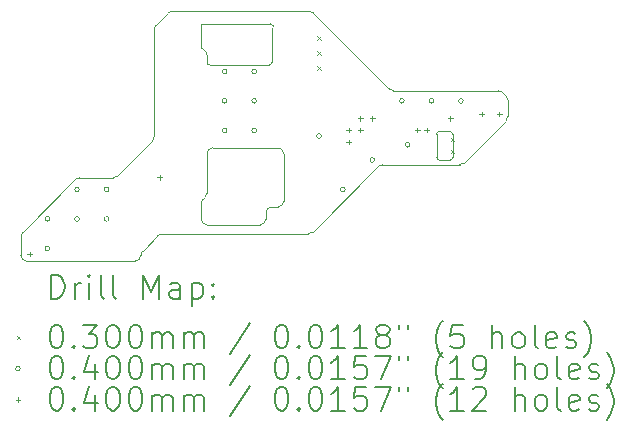
<source format=gbr>
%TF.GenerationSoftware,KiCad,Pcbnew,8.99.0-unknown-3024a7c569~178~ubuntu22.04.1*%
%TF.CreationDate,2024-05-13T18:01:15+10:00*%
%TF.ProjectId,MXBreakout,4d584272-6561-46b6-9f75-742e6b696361,rev?*%
%TF.SameCoordinates,Original*%
%TF.FileFunction,Drillmap*%
%TF.FilePolarity,Positive*%
%FSLAX45Y45*%
G04 Gerber Fmt 4.5, Leading zero omitted, Abs format (unit mm)*
G04 Created by KiCad (PCBNEW 8.99.0-unknown-3024a7c569~178~ubuntu22.04.1) date 2024-05-13 18:01:15*
%MOMM*%
%LPD*%
G01*
G04 APERTURE LIST*
%ADD10C,0.100000*%
%ADD11C,0.200000*%
G04 APERTURE END LIST*
D10*
X6092678Y-4742678D02*
G75*
G02*
X6100003Y-4760355I-17678J-17682D01*
G01*
X5020711Y-5802500D02*
X5304289Y-5802500D01*
X6057322Y-4707322D02*
G75*
G02*
X6049997Y-4689645I17678J17682D01*
G01*
X6050000Y-4525000D02*
G75*
G02*
X6075000Y-4500000I25000J0D01*
G01*
X7678211Y-5065000D02*
G75*
G02*
X7642855Y-5050355I-1J50000D01*
G01*
X6750000Y-6000000D02*
G75*
G02*
X6700000Y-6050000I-50000J0D01*
G01*
X8566797Y-5064992D02*
G75*
G02*
X8602152Y-5079638I3J-49988D01*
G01*
X6050000Y-6020711D02*
G75*
G02*
X6064644Y-5985355I50000J1D01*
G01*
X5805711Y-4392500D02*
X6964289Y-4392500D01*
X8647508Y-5145703D02*
X8647508Y-5284281D01*
X5770355Y-4407145D02*
G75*
G02*
X5805711Y-4392501I35355J-35355D01*
G01*
X6600000Y-6100000D02*
G75*
G02*
X6650000Y-6050000I50000J0D01*
G01*
X8045000Y-5435000D02*
G75*
G02*
X8070000Y-5410000I25000J0D01*
G01*
X6050000Y-4525000D02*
X6050000Y-4689645D01*
X6964289Y-4392500D02*
G75*
G02*
X6999645Y-4407144I1J-50000D01*
G01*
X6959289Y-6277500D02*
X5720711Y-6277500D01*
X7678211Y-5065000D02*
X8566797Y-5064992D01*
X6057322Y-4707322D02*
X6092678Y-4742678D01*
X6639645Y-4500000D02*
G75*
G02*
X6657320Y-4542675I-5J-25000D01*
G01*
X5339645Y-5787855D02*
G75*
G02*
X5304289Y-5802499I-35355J35355D01*
G01*
X8070000Y-5655000D02*
G75*
G02*
X8045000Y-5630000I0J25000D01*
G01*
X5540000Y-6460000D02*
G75*
G02*
X5490000Y-6510000I-50000J0D01*
G01*
X8045000Y-5630000D02*
X8045000Y-5435000D01*
X6700000Y-5550000D02*
G75*
G02*
X6750000Y-5600000I0J-50000D01*
G01*
X8155000Y-5410000D02*
G75*
G02*
X8180000Y-5435000I0J-25000D01*
G01*
X6100000Y-5929289D02*
G75*
G02*
X6085356Y-5964645I-50000J-1D01*
G01*
X6650000Y-4825000D02*
G75*
G02*
X6625000Y-4850000I-25000J0D01*
G01*
X6650000Y-4560355D02*
G75*
G02*
X6657325Y-4542680I25000J-5D01*
G01*
X6650000Y-6050000D02*
X6700000Y-6050000D01*
X5655000Y-4543211D02*
G75*
G02*
X5669644Y-4507855I50000J1D01*
G01*
X8180000Y-5630000D02*
G75*
G02*
X8155000Y-5655000I-25000J0D01*
G01*
X6100000Y-5600000D02*
G75*
G02*
X6150000Y-5550000I50000J0D01*
G01*
X6050000Y-6020711D02*
X6050000Y-6150000D01*
X6100000Y-6200000D02*
G75*
G02*
X6050000Y-6150000I0J50000D01*
G01*
X6125000Y-4850000D02*
G75*
G02*
X6100000Y-4825000I0J25000D01*
G01*
X5339645Y-5787855D02*
X5640355Y-5487145D01*
X6750000Y-6000000D02*
X6750000Y-5600000D01*
X4575000Y-6510000D02*
G75*
G02*
X4525000Y-6460000I0J50000D01*
G01*
X6994645Y-6262855D02*
G75*
G02*
X6959289Y-6277499I-35355J35355D01*
G01*
X8632864Y-5110347D02*
G75*
G02*
X8647504Y-5145703I-35364J-35353D01*
G01*
X6700000Y-5550000D02*
X6150000Y-5550000D01*
X8155000Y-5655000D02*
X8070000Y-5655000D01*
X6100000Y-4760355D02*
X6100000Y-4825000D01*
X4539645Y-6262855D02*
X4985355Y-5817145D01*
X5540000Y-6458211D02*
X5540000Y-6460000D01*
X6100000Y-6200000D02*
X6550000Y-6200000D01*
X5655000Y-5451789D02*
G75*
G02*
X5640356Y-5487145I-50000J-1D01*
G01*
X8274645Y-5677855D02*
G75*
G02*
X8239289Y-5692499I-35355J35355D01*
G01*
X6085355Y-5964645D02*
X6064645Y-5985355D01*
X7550355Y-5707145D02*
G75*
G02*
X7585711Y-5692500I35355J-35355D01*
G01*
X5490000Y-6510000D02*
X4575000Y-6510000D01*
X6999645Y-4407145D02*
X7642855Y-5050355D01*
X6600000Y-6150000D02*
X6600000Y-6100000D01*
X5540000Y-6458211D02*
G75*
G02*
X5554644Y-6422855I50000J1D01*
G01*
X8239289Y-5692500D02*
X7585711Y-5692500D01*
X6639645Y-4500000D02*
X6075000Y-4500000D01*
X5669645Y-4507855D02*
X5770355Y-4407145D01*
X8632863Y-5319637D02*
X8274645Y-5677855D01*
X8647508Y-5284281D02*
G75*
G02*
X8632865Y-5319638I-50008J1D01*
G01*
X8180000Y-5435000D02*
X8180000Y-5630000D01*
X7550355Y-5707145D02*
X6994645Y-6262855D01*
X6600000Y-6150000D02*
G75*
G02*
X6550000Y-6200000I-50000J0D01*
G01*
X5655000Y-5451789D02*
X5655000Y-4543211D01*
X8602153Y-5079637D02*
X8632864Y-5110347D01*
X6100000Y-5600000D02*
X6100000Y-5929289D01*
X4525000Y-6460000D02*
X4525000Y-6298211D01*
X4525000Y-6298211D02*
G75*
G02*
X4539644Y-6262855I50000J1D01*
G01*
X6125000Y-4850000D02*
X6625000Y-4850000D01*
X5685355Y-6292145D02*
G75*
G02*
X5720711Y-6277500I35355J-35355D01*
G01*
X8070000Y-5410000D02*
X8155000Y-5410000D01*
X6650000Y-4825000D02*
X6650000Y-4560355D01*
X5685355Y-6292145D02*
X5554645Y-6422855D01*
X4985355Y-5817145D02*
G75*
G02*
X5020711Y-5802500I35355J-35355D01*
G01*
D11*
D10*
X7035000Y-4606000D02*
X7065000Y-4636000D01*
X7065000Y-4606000D02*
X7035000Y-4636000D01*
X7035000Y-4732500D02*
X7065000Y-4762500D01*
X7065000Y-4732500D02*
X7035000Y-4762500D01*
X7035000Y-4860000D02*
X7065000Y-4890000D01*
X7065000Y-4860000D02*
X7035000Y-4890000D01*
X8165000Y-5465000D02*
X8195000Y-5495000D01*
X8195000Y-5465000D02*
X8165000Y-5495000D01*
X8165000Y-5565000D02*
X8195000Y-5595000D01*
X8195000Y-5565000D02*
X8165000Y-5595000D01*
X4770000Y-6152500D02*
G75*
G02*
X4730000Y-6152500I-20000J0D01*
G01*
X4730000Y-6152500D02*
G75*
G02*
X4770000Y-6152500I20000J0D01*
G01*
X4770000Y-6402500D02*
G75*
G02*
X4730000Y-6402500I-20000J0D01*
G01*
X4730000Y-6402500D02*
G75*
G02*
X4770000Y-6402500I20000J0D01*
G01*
X5020000Y-5902500D02*
G75*
G02*
X4980000Y-5902500I-20000J0D01*
G01*
X4980000Y-5902500D02*
G75*
G02*
X5020000Y-5902500I20000J0D01*
G01*
X5020000Y-6152500D02*
G75*
G02*
X4980000Y-6152500I-20000J0D01*
G01*
X4980000Y-6152500D02*
G75*
G02*
X5020000Y-6152500I20000J0D01*
G01*
X5270000Y-5902500D02*
G75*
G02*
X5230000Y-5902500I-20000J0D01*
G01*
X5230000Y-5902500D02*
G75*
G02*
X5270000Y-5902500I20000J0D01*
G01*
X5270000Y-6152500D02*
G75*
G02*
X5230000Y-6152500I-20000J0D01*
G01*
X5230000Y-6152500D02*
G75*
G02*
X5270000Y-6152500I20000J0D01*
G01*
X6270000Y-4902500D02*
G75*
G02*
X6230000Y-4902500I-20000J0D01*
G01*
X6230000Y-4902500D02*
G75*
G02*
X6270000Y-4902500I20000J0D01*
G01*
X6270000Y-5152500D02*
G75*
G02*
X6230000Y-5152500I-20000J0D01*
G01*
X6230000Y-5152500D02*
G75*
G02*
X6270000Y-5152500I20000J0D01*
G01*
X6270000Y-5402500D02*
G75*
G02*
X6230000Y-5402500I-20000J0D01*
G01*
X6230000Y-5402500D02*
G75*
G02*
X6270000Y-5402500I20000J0D01*
G01*
X6520000Y-4902500D02*
G75*
G02*
X6480000Y-4902500I-20000J0D01*
G01*
X6480000Y-4902500D02*
G75*
G02*
X6520000Y-4902500I20000J0D01*
G01*
X6520000Y-5152500D02*
G75*
G02*
X6480000Y-5152500I-20000J0D01*
G01*
X6480000Y-5152500D02*
G75*
G02*
X6520000Y-5152500I20000J0D01*
G01*
X6520000Y-5402500D02*
G75*
G02*
X6480000Y-5402500I-20000J0D01*
G01*
X6480000Y-5402500D02*
G75*
G02*
X6520000Y-5402500I20000J0D01*
G01*
X7070000Y-5450000D02*
G75*
G02*
X7030000Y-5450000I-20000J0D01*
G01*
X7030000Y-5450000D02*
G75*
G02*
X7070000Y-5450000I20000J0D01*
G01*
X7270000Y-5902500D02*
G75*
G02*
X7230000Y-5902500I-20000J0D01*
G01*
X7230000Y-5902500D02*
G75*
G02*
X7270000Y-5902500I20000J0D01*
G01*
X7520000Y-5652500D02*
G75*
G02*
X7480000Y-5652500I-20000J0D01*
G01*
X7480000Y-5652500D02*
G75*
G02*
X7520000Y-5652500I20000J0D01*
G01*
X7770000Y-5152500D02*
G75*
G02*
X7730000Y-5152500I-20000J0D01*
G01*
X7730000Y-5152500D02*
G75*
G02*
X7770000Y-5152500I20000J0D01*
G01*
X7820000Y-5525000D02*
G75*
G02*
X7780000Y-5525000I-20000J0D01*
G01*
X7780000Y-5525000D02*
G75*
G02*
X7820000Y-5525000I20000J0D01*
G01*
X8020000Y-5152500D02*
G75*
G02*
X7980000Y-5152500I-20000J0D01*
G01*
X7980000Y-5152500D02*
G75*
G02*
X8020000Y-5152500I20000J0D01*
G01*
X8270000Y-5152500D02*
G75*
G02*
X8230000Y-5152500I-20000J0D01*
G01*
X8230000Y-5152500D02*
G75*
G02*
X8270000Y-5152500I20000J0D01*
G01*
X4600000Y-6430000D02*
X4600000Y-6470000D01*
X4580000Y-6450000D02*
X4620000Y-6450000D01*
X5700000Y-5780000D02*
X5700000Y-5820000D01*
X5680000Y-5800000D02*
X5720000Y-5800000D01*
X7300000Y-5380000D02*
X7300000Y-5420000D01*
X7280000Y-5400000D02*
X7320000Y-5400000D01*
X7300000Y-5480000D02*
X7300000Y-5520000D01*
X7280000Y-5500000D02*
X7320000Y-5500000D01*
X7400000Y-5280000D02*
X7400000Y-5320000D01*
X7380000Y-5300000D02*
X7420000Y-5300000D01*
X7400000Y-5380000D02*
X7400000Y-5420000D01*
X7380000Y-5400000D02*
X7420000Y-5400000D01*
X7500000Y-5280000D02*
X7500000Y-5320000D01*
X7480000Y-5300000D02*
X7520000Y-5300000D01*
X7880000Y-5380000D02*
X7880000Y-5420000D01*
X7860000Y-5400000D02*
X7900000Y-5400000D01*
X7960000Y-5380000D02*
X7960000Y-5420000D01*
X7940000Y-5400000D02*
X7980000Y-5400000D01*
X8160000Y-5280000D02*
X8160000Y-5320000D01*
X8140000Y-5300000D02*
X8180000Y-5300000D01*
X8425000Y-5242500D02*
X8425000Y-5282500D01*
X8405000Y-5262500D02*
X8445000Y-5262500D01*
X8575000Y-5242500D02*
X8575000Y-5282500D01*
X8555000Y-5262500D02*
X8595000Y-5262500D01*
D11*
X4780777Y-6826484D02*
X4780777Y-6626484D01*
X4780777Y-6626484D02*
X4828396Y-6626484D01*
X4828396Y-6626484D02*
X4856967Y-6636008D01*
X4856967Y-6636008D02*
X4876015Y-6655055D01*
X4876015Y-6655055D02*
X4885539Y-6674103D01*
X4885539Y-6674103D02*
X4895063Y-6712198D01*
X4895063Y-6712198D02*
X4895063Y-6740769D01*
X4895063Y-6740769D02*
X4885539Y-6778865D01*
X4885539Y-6778865D02*
X4876015Y-6797912D01*
X4876015Y-6797912D02*
X4856967Y-6816960D01*
X4856967Y-6816960D02*
X4828396Y-6826484D01*
X4828396Y-6826484D02*
X4780777Y-6826484D01*
X4980777Y-6826484D02*
X4980777Y-6693150D01*
X4980777Y-6731246D02*
X4990301Y-6712198D01*
X4990301Y-6712198D02*
X4999824Y-6702674D01*
X4999824Y-6702674D02*
X5018872Y-6693150D01*
X5018872Y-6693150D02*
X5037920Y-6693150D01*
X5104586Y-6826484D02*
X5104586Y-6693150D01*
X5104586Y-6626484D02*
X5095063Y-6636008D01*
X5095063Y-6636008D02*
X5104586Y-6645531D01*
X5104586Y-6645531D02*
X5114110Y-6636008D01*
X5114110Y-6636008D02*
X5104586Y-6626484D01*
X5104586Y-6626484D02*
X5104586Y-6645531D01*
X5228396Y-6826484D02*
X5209348Y-6816960D01*
X5209348Y-6816960D02*
X5199824Y-6797912D01*
X5199824Y-6797912D02*
X5199824Y-6626484D01*
X5333158Y-6826484D02*
X5314110Y-6816960D01*
X5314110Y-6816960D02*
X5304586Y-6797912D01*
X5304586Y-6797912D02*
X5304586Y-6626484D01*
X5561729Y-6826484D02*
X5561729Y-6626484D01*
X5561729Y-6626484D02*
X5628396Y-6769341D01*
X5628396Y-6769341D02*
X5695062Y-6626484D01*
X5695062Y-6626484D02*
X5695062Y-6826484D01*
X5876015Y-6826484D02*
X5876015Y-6721722D01*
X5876015Y-6721722D02*
X5866491Y-6702674D01*
X5866491Y-6702674D02*
X5847443Y-6693150D01*
X5847443Y-6693150D02*
X5809348Y-6693150D01*
X5809348Y-6693150D02*
X5790301Y-6702674D01*
X5876015Y-6816960D02*
X5856967Y-6826484D01*
X5856967Y-6826484D02*
X5809348Y-6826484D01*
X5809348Y-6826484D02*
X5790301Y-6816960D01*
X5790301Y-6816960D02*
X5780777Y-6797912D01*
X5780777Y-6797912D02*
X5780777Y-6778865D01*
X5780777Y-6778865D02*
X5790301Y-6759817D01*
X5790301Y-6759817D02*
X5809348Y-6750293D01*
X5809348Y-6750293D02*
X5856967Y-6750293D01*
X5856967Y-6750293D02*
X5876015Y-6740769D01*
X5971253Y-6693150D02*
X5971253Y-6893150D01*
X5971253Y-6702674D02*
X5990301Y-6693150D01*
X5990301Y-6693150D02*
X6028396Y-6693150D01*
X6028396Y-6693150D02*
X6047443Y-6702674D01*
X6047443Y-6702674D02*
X6056967Y-6712198D01*
X6056967Y-6712198D02*
X6066491Y-6731246D01*
X6066491Y-6731246D02*
X6066491Y-6788388D01*
X6066491Y-6788388D02*
X6056967Y-6807436D01*
X6056967Y-6807436D02*
X6047443Y-6816960D01*
X6047443Y-6816960D02*
X6028396Y-6826484D01*
X6028396Y-6826484D02*
X5990301Y-6826484D01*
X5990301Y-6826484D02*
X5971253Y-6816960D01*
X6152205Y-6807436D02*
X6161729Y-6816960D01*
X6161729Y-6816960D02*
X6152205Y-6826484D01*
X6152205Y-6826484D02*
X6142682Y-6816960D01*
X6142682Y-6816960D02*
X6152205Y-6807436D01*
X6152205Y-6807436D02*
X6152205Y-6826484D01*
X6152205Y-6702674D02*
X6161729Y-6712198D01*
X6161729Y-6712198D02*
X6152205Y-6721722D01*
X6152205Y-6721722D02*
X6142682Y-6712198D01*
X6142682Y-6712198D02*
X6152205Y-6702674D01*
X6152205Y-6702674D02*
X6152205Y-6721722D01*
D10*
X4490000Y-7140000D02*
X4520000Y-7170000D01*
X4520000Y-7140000D02*
X4490000Y-7170000D01*
D11*
X4818872Y-7046484D02*
X4837920Y-7046484D01*
X4837920Y-7046484D02*
X4856967Y-7056008D01*
X4856967Y-7056008D02*
X4866491Y-7065531D01*
X4866491Y-7065531D02*
X4876015Y-7084579D01*
X4876015Y-7084579D02*
X4885539Y-7122674D01*
X4885539Y-7122674D02*
X4885539Y-7170293D01*
X4885539Y-7170293D02*
X4876015Y-7208388D01*
X4876015Y-7208388D02*
X4866491Y-7227436D01*
X4866491Y-7227436D02*
X4856967Y-7236960D01*
X4856967Y-7236960D02*
X4837920Y-7246484D01*
X4837920Y-7246484D02*
X4818872Y-7246484D01*
X4818872Y-7246484D02*
X4799824Y-7236960D01*
X4799824Y-7236960D02*
X4790301Y-7227436D01*
X4790301Y-7227436D02*
X4780777Y-7208388D01*
X4780777Y-7208388D02*
X4771253Y-7170293D01*
X4771253Y-7170293D02*
X4771253Y-7122674D01*
X4771253Y-7122674D02*
X4780777Y-7084579D01*
X4780777Y-7084579D02*
X4790301Y-7065531D01*
X4790301Y-7065531D02*
X4799824Y-7056008D01*
X4799824Y-7056008D02*
X4818872Y-7046484D01*
X4971253Y-7227436D02*
X4980777Y-7236960D01*
X4980777Y-7236960D02*
X4971253Y-7246484D01*
X4971253Y-7246484D02*
X4961729Y-7236960D01*
X4961729Y-7236960D02*
X4971253Y-7227436D01*
X4971253Y-7227436D02*
X4971253Y-7246484D01*
X5047444Y-7046484D02*
X5171253Y-7046484D01*
X5171253Y-7046484D02*
X5104586Y-7122674D01*
X5104586Y-7122674D02*
X5133158Y-7122674D01*
X5133158Y-7122674D02*
X5152205Y-7132198D01*
X5152205Y-7132198D02*
X5161729Y-7141722D01*
X5161729Y-7141722D02*
X5171253Y-7160769D01*
X5171253Y-7160769D02*
X5171253Y-7208388D01*
X5171253Y-7208388D02*
X5161729Y-7227436D01*
X5161729Y-7227436D02*
X5152205Y-7236960D01*
X5152205Y-7236960D02*
X5133158Y-7246484D01*
X5133158Y-7246484D02*
X5076015Y-7246484D01*
X5076015Y-7246484D02*
X5056967Y-7236960D01*
X5056967Y-7236960D02*
X5047444Y-7227436D01*
X5295063Y-7046484D02*
X5314110Y-7046484D01*
X5314110Y-7046484D02*
X5333158Y-7056008D01*
X5333158Y-7056008D02*
X5342682Y-7065531D01*
X5342682Y-7065531D02*
X5352205Y-7084579D01*
X5352205Y-7084579D02*
X5361729Y-7122674D01*
X5361729Y-7122674D02*
X5361729Y-7170293D01*
X5361729Y-7170293D02*
X5352205Y-7208388D01*
X5352205Y-7208388D02*
X5342682Y-7227436D01*
X5342682Y-7227436D02*
X5333158Y-7236960D01*
X5333158Y-7236960D02*
X5314110Y-7246484D01*
X5314110Y-7246484D02*
X5295063Y-7246484D01*
X5295063Y-7246484D02*
X5276015Y-7236960D01*
X5276015Y-7236960D02*
X5266491Y-7227436D01*
X5266491Y-7227436D02*
X5256967Y-7208388D01*
X5256967Y-7208388D02*
X5247444Y-7170293D01*
X5247444Y-7170293D02*
X5247444Y-7122674D01*
X5247444Y-7122674D02*
X5256967Y-7084579D01*
X5256967Y-7084579D02*
X5266491Y-7065531D01*
X5266491Y-7065531D02*
X5276015Y-7056008D01*
X5276015Y-7056008D02*
X5295063Y-7046484D01*
X5485539Y-7046484D02*
X5504586Y-7046484D01*
X5504586Y-7046484D02*
X5523634Y-7056008D01*
X5523634Y-7056008D02*
X5533158Y-7065531D01*
X5533158Y-7065531D02*
X5542682Y-7084579D01*
X5542682Y-7084579D02*
X5552205Y-7122674D01*
X5552205Y-7122674D02*
X5552205Y-7170293D01*
X5552205Y-7170293D02*
X5542682Y-7208388D01*
X5542682Y-7208388D02*
X5533158Y-7227436D01*
X5533158Y-7227436D02*
X5523634Y-7236960D01*
X5523634Y-7236960D02*
X5504586Y-7246484D01*
X5504586Y-7246484D02*
X5485539Y-7246484D01*
X5485539Y-7246484D02*
X5466491Y-7236960D01*
X5466491Y-7236960D02*
X5456967Y-7227436D01*
X5456967Y-7227436D02*
X5447444Y-7208388D01*
X5447444Y-7208388D02*
X5437920Y-7170293D01*
X5437920Y-7170293D02*
X5437920Y-7122674D01*
X5437920Y-7122674D02*
X5447444Y-7084579D01*
X5447444Y-7084579D02*
X5456967Y-7065531D01*
X5456967Y-7065531D02*
X5466491Y-7056008D01*
X5466491Y-7056008D02*
X5485539Y-7046484D01*
X5637920Y-7246484D02*
X5637920Y-7113150D01*
X5637920Y-7132198D02*
X5647443Y-7122674D01*
X5647443Y-7122674D02*
X5666491Y-7113150D01*
X5666491Y-7113150D02*
X5695063Y-7113150D01*
X5695063Y-7113150D02*
X5714110Y-7122674D01*
X5714110Y-7122674D02*
X5723634Y-7141722D01*
X5723634Y-7141722D02*
X5723634Y-7246484D01*
X5723634Y-7141722D02*
X5733158Y-7122674D01*
X5733158Y-7122674D02*
X5752205Y-7113150D01*
X5752205Y-7113150D02*
X5780777Y-7113150D01*
X5780777Y-7113150D02*
X5799824Y-7122674D01*
X5799824Y-7122674D02*
X5809348Y-7141722D01*
X5809348Y-7141722D02*
X5809348Y-7246484D01*
X5904586Y-7246484D02*
X5904586Y-7113150D01*
X5904586Y-7132198D02*
X5914110Y-7122674D01*
X5914110Y-7122674D02*
X5933158Y-7113150D01*
X5933158Y-7113150D02*
X5961729Y-7113150D01*
X5961729Y-7113150D02*
X5980777Y-7122674D01*
X5980777Y-7122674D02*
X5990301Y-7141722D01*
X5990301Y-7141722D02*
X5990301Y-7246484D01*
X5990301Y-7141722D02*
X5999824Y-7122674D01*
X5999824Y-7122674D02*
X6018872Y-7113150D01*
X6018872Y-7113150D02*
X6047443Y-7113150D01*
X6047443Y-7113150D02*
X6066491Y-7122674D01*
X6066491Y-7122674D02*
X6076015Y-7141722D01*
X6076015Y-7141722D02*
X6076015Y-7246484D01*
X6466491Y-7036960D02*
X6295063Y-7294103D01*
X6723634Y-7046484D02*
X6742682Y-7046484D01*
X6742682Y-7046484D02*
X6761729Y-7056008D01*
X6761729Y-7056008D02*
X6771253Y-7065531D01*
X6771253Y-7065531D02*
X6780777Y-7084579D01*
X6780777Y-7084579D02*
X6790301Y-7122674D01*
X6790301Y-7122674D02*
X6790301Y-7170293D01*
X6790301Y-7170293D02*
X6780777Y-7208388D01*
X6780777Y-7208388D02*
X6771253Y-7227436D01*
X6771253Y-7227436D02*
X6761729Y-7236960D01*
X6761729Y-7236960D02*
X6742682Y-7246484D01*
X6742682Y-7246484D02*
X6723634Y-7246484D01*
X6723634Y-7246484D02*
X6704586Y-7236960D01*
X6704586Y-7236960D02*
X6695063Y-7227436D01*
X6695063Y-7227436D02*
X6685539Y-7208388D01*
X6685539Y-7208388D02*
X6676015Y-7170293D01*
X6676015Y-7170293D02*
X6676015Y-7122674D01*
X6676015Y-7122674D02*
X6685539Y-7084579D01*
X6685539Y-7084579D02*
X6695063Y-7065531D01*
X6695063Y-7065531D02*
X6704586Y-7056008D01*
X6704586Y-7056008D02*
X6723634Y-7046484D01*
X6876015Y-7227436D02*
X6885539Y-7236960D01*
X6885539Y-7236960D02*
X6876015Y-7246484D01*
X6876015Y-7246484D02*
X6866491Y-7236960D01*
X6866491Y-7236960D02*
X6876015Y-7227436D01*
X6876015Y-7227436D02*
X6876015Y-7246484D01*
X7009348Y-7046484D02*
X7028396Y-7046484D01*
X7028396Y-7046484D02*
X7047444Y-7056008D01*
X7047444Y-7056008D02*
X7056967Y-7065531D01*
X7056967Y-7065531D02*
X7066491Y-7084579D01*
X7066491Y-7084579D02*
X7076015Y-7122674D01*
X7076015Y-7122674D02*
X7076015Y-7170293D01*
X7076015Y-7170293D02*
X7066491Y-7208388D01*
X7066491Y-7208388D02*
X7056967Y-7227436D01*
X7056967Y-7227436D02*
X7047444Y-7236960D01*
X7047444Y-7236960D02*
X7028396Y-7246484D01*
X7028396Y-7246484D02*
X7009348Y-7246484D01*
X7009348Y-7246484D02*
X6990301Y-7236960D01*
X6990301Y-7236960D02*
X6980777Y-7227436D01*
X6980777Y-7227436D02*
X6971253Y-7208388D01*
X6971253Y-7208388D02*
X6961729Y-7170293D01*
X6961729Y-7170293D02*
X6961729Y-7122674D01*
X6961729Y-7122674D02*
X6971253Y-7084579D01*
X6971253Y-7084579D02*
X6980777Y-7065531D01*
X6980777Y-7065531D02*
X6990301Y-7056008D01*
X6990301Y-7056008D02*
X7009348Y-7046484D01*
X7266491Y-7246484D02*
X7152206Y-7246484D01*
X7209348Y-7246484D02*
X7209348Y-7046484D01*
X7209348Y-7046484D02*
X7190301Y-7075055D01*
X7190301Y-7075055D02*
X7171253Y-7094103D01*
X7171253Y-7094103D02*
X7152206Y-7103627D01*
X7456967Y-7246484D02*
X7342682Y-7246484D01*
X7399825Y-7246484D02*
X7399825Y-7046484D01*
X7399825Y-7046484D02*
X7380777Y-7075055D01*
X7380777Y-7075055D02*
X7361729Y-7094103D01*
X7361729Y-7094103D02*
X7342682Y-7103627D01*
X7571253Y-7132198D02*
X7552206Y-7122674D01*
X7552206Y-7122674D02*
X7542682Y-7113150D01*
X7542682Y-7113150D02*
X7533158Y-7094103D01*
X7533158Y-7094103D02*
X7533158Y-7084579D01*
X7533158Y-7084579D02*
X7542682Y-7065531D01*
X7542682Y-7065531D02*
X7552206Y-7056008D01*
X7552206Y-7056008D02*
X7571253Y-7046484D01*
X7571253Y-7046484D02*
X7609348Y-7046484D01*
X7609348Y-7046484D02*
X7628396Y-7056008D01*
X7628396Y-7056008D02*
X7637920Y-7065531D01*
X7637920Y-7065531D02*
X7647444Y-7084579D01*
X7647444Y-7084579D02*
X7647444Y-7094103D01*
X7647444Y-7094103D02*
X7637920Y-7113150D01*
X7637920Y-7113150D02*
X7628396Y-7122674D01*
X7628396Y-7122674D02*
X7609348Y-7132198D01*
X7609348Y-7132198D02*
X7571253Y-7132198D01*
X7571253Y-7132198D02*
X7552206Y-7141722D01*
X7552206Y-7141722D02*
X7542682Y-7151246D01*
X7542682Y-7151246D02*
X7533158Y-7170293D01*
X7533158Y-7170293D02*
X7533158Y-7208388D01*
X7533158Y-7208388D02*
X7542682Y-7227436D01*
X7542682Y-7227436D02*
X7552206Y-7236960D01*
X7552206Y-7236960D02*
X7571253Y-7246484D01*
X7571253Y-7246484D02*
X7609348Y-7246484D01*
X7609348Y-7246484D02*
X7628396Y-7236960D01*
X7628396Y-7236960D02*
X7637920Y-7227436D01*
X7637920Y-7227436D02*
X7647444Y-7208388D01*
X7647444Y-7208388D02*
X7647444Y-7170293D01*
X7647444Y-7170293D02*
X7637920Y-7151246D01*
X7637920Y-7151246D02*
X7628396Y-7141722D01*
X7628396Y-7141722D02*
X7609348Y-7132198D01*
X7723634Y-7046484D02*
X7723634Y-7084579D01*
X7799825Y-7046484D02*
X7799825Y-7084579D01*
X8095063Y-7322674D02*
X8085539Y-7313150D01*
X8085539Y-7313150D02*
X8066491Y-7284579D01*
X8066491Y-7284579D02*
X8056968Y-7265531D01*
X8056968Y-7265531D02*
X8047444Y-7236960D01*
X8047444Y-7236960D02*
X8037920Y-7189341D01*
X8037920Y-7189341D02*
X8037920Y-7151246D01*
X8037920Y-7151246D02*
X8047444Y-7103627D01*
X8047444Y-7103627D02*
X8056968Y-7075055D01*
X8056968Y-7075055D02*
X8066491Y-7056008D01*
X8066491Y-7056008D02*
X8085539Y-7027436D01*
X8085539Y-7027436D02*
X8095063Y-7017912D01*
X8266491Y-7046484D02*
X8171253Y-7046484D01*
X8171253Y-7046484D02*
X8161729Y-7141722D01*
X8161729Y-7141722D02*
X8171253Y-7132198D01*
X8171253Y-7132198D02*
X8190301Y-7122674D01*
X8190301Y-7122674D02*
X8237920Y-7122674D01*
X8237920Y-7122674D02*
X8256968Y-7132198D01*
X8256968Y-7132198D02*
X8266491Y-7141722D01*
X8266491Y-7141722D02*
X8276015Y-7160769D01*
X8276015Y-7160769D02*
X8276015Y-7208388D01*
X8276015Y-7208388D02*
X8266491Y-7227436D01*
X8266491Y-7227436D02*
X8256968Y-7236960D01*
X8256968Y-7236960D02*
X8237920Y-7246484D01*
X8237920Y-7246484D02*
X8190301Y-7246484D01*
X8190301Y-7246484D02*
X8171253Y-7236960D01*
X8171253Y-7236960D02*
X8161729Y-7227436D01*
X8514111Y-7246484D02*
X8514111Y-7046484D01*
X8599825Y-7246484D02*
X8599825Y-7141722D01*
X8599825Y-7141722D02*
X8590301Y-7122674D01*
X8590301Y-7122674D02*
X8571253Y-7113150D01*
X8571253Y-7113150D02*
X8542682Y-7113150D01*
X8542682Y-7113150D02*
X8523634Y-7122674D01*
X8523634Y-7122674D02*
X8514111Y-7132198D01*
X8723634Y-7246484D02*
X8704587Y-7236960D01*
X8704587Y-7236960D02*
X8695063Y-7227436D01*
X8695063Y-7227436D02*
X8685539Y-7208388D01*
X8685539Y-7208388D02*
X8685539Y-7151246D01*
X8685539Y-7151246D02*
X8695063Y-7132198D01*
X8695063Y-7132198D02*
X8704587Y-7122674D01*
X8704587Y-7122674D02*
X8723634Y-7113150D01*
X8723634Y-7113150D02*
X8752206Y-7113150D01*
X8752206Y-7113150D02*
X8771253Y-7122674D01*
X8771253Y-7122674D02*
X8780777Y-7132198D01*
X8780777Y-7132198D02*
X8790301Y-7151246D01*
X8790301Y-7151246D02*
X8790301Y-7208388D01*
X8790301Y-7208388D02*
X8780777Y-7227436D01*
X8780777Y-7227436D02*
X8771253Y-7236960D01*
X8771253Y-7236960D02*
X8752206Y-7246484D01*
X8752206Y-7246484D02*
X8723634Y-7246484D01*
X8904587Y-7246484D02*
X8885539Y-7236960D01*
X8885539Y-7236960D02*
X8876015Y-7217912D01*
X8876015Y-7217912D02*
X8876015Y-7046484D01*
X9056968Y-7236960D02*
X9037920Y-7246484D01*
X9037920Y-7246484D02*
X8999825Y-7246484D01*
X8999825Y-7246484D02*
X8980777Y-7236960D01*
X8980777Y-7236960D02*
X8971253Y-7217912D01*
X8971253Y-7217912D02*
X8971253Y-7141722D01*
X8971253Y-7141722D02*
X8980777Y-7122674D01*
X8980777Y-7122674D02*
X8999825Y-7113150D01*
X8999825Y-7113150D02*
X9037920Y-7113150D01*
X9037920Y-7113150D02*
X9056968Y-7122674D01*
X9056968Y-7122674D02*
X9066492Y-7141722D01*
X9066492Y-7141722D02*
X9066492Y-7160769D01*
X9066492Y-7160769D02*
X8971253Y-7179817D01*
X9142682Y-7236960D02*
X9161730Y-7246484D01*
X9161730Y-7246484D02*
X9199825Y-7246484D01*
X9199825Y-7246484D02*
X9218873Y-7236960D01*
X9218873Y-7236960D02*
X9228396Y-7217912D01*
X9228396Y-7217912D02*
X9228396Y-7208388D01*
X9228396Y-7208388D02*
X9218873Y-7189341D01*
X9218873Y-7189341D02*
X9199825Y-7179817D01*
X9199825Y-7179817D02*
X9171253Y-7179817D01*
X9171253Y-7179817D02*
X9152206Y-7170293D01*
X9152206Y-7170293D02*
X9142682Y-7151246D01*
X9142682Y-7151246D02*
X9142682Y-7141722D01*
X9142682Y-7141722D02*
X9152206Y-7122674D01*
X9152206Y-7122674D02*
X9171253Y-7113150D01*
X9171253Y-7113150D02*
X9199825Y-7113150D01*
X9199825Y-7113150D02*
X9218873Y-7122674D01*
X9295063Y-7322674D02*
X9304587Y-7313150D01*
X9304587Y-7313150D02*
X9323634Y-7284579D01*
X9323634Y-7284579D02*
X9333158Y-7265531D01*
X9333158Y-7265531D02*
X9342682Y-7236960D01*
X9342682Y-7236960D02*
X9352206Y-7189341D01*
X9352206Y-7189341D02*
X9352206Y-7151246D01*
X9352206Y-7151246D02*
X9342682Y-7103627D01*
X9342682Y-7103627D02*
X9333158Y-7075055D01*
X9333158Y-7075055D02*
X9323634Y-7056008D01*
X9323634Y-7056008D02*
X9304587Y-7027436D01*
X9304587Y-7027436D02*
X9295063Y-7017912D01*
D10*
X4520000Y-7419000D02*
G75*
G02*
X4480000Y-7419000I-20000J0D01*
G01*
X4480000Y-7419000D02*
G75*
G02*
X4520000Y-7419000I20000J0D01*
G01*
D11*
X4818872Y-7310484D02*
X4837920Y-7310484D01*
X4837920Y-7310484D02*
X4856967Y-7320008D01*
X4856967Y-7320008D02*
X4866491Y-7329531D01*
X4866491Y-7329531D02*
X4876015Y-7348579D01*
X4876015Y-7348579D02*
X4885539Y-7386674D01*
X4885539Y-7386674D02*
X4885539Y-7434293D01*
X4885539Y-7434293D02*
X4876015Y-7472388D01*
X4876015Y-7472388D02*
X4866491Y-7491436D01*
X4866491Y-7491436D02*
X4856967Y-7500960D01*
X4856967Y-7500960D02*
X4837920Y-7510484D01*
X4837920Y-7510484D02*
X4818872Y-7510484D01*
X4818872Y-7510484D02*
X4799824Y-7500960D01*
X4799824Y-7500960D02*
X4790301Y-7491436D01*
X4790301Y-7491436D02*
X4780777Y-7472388D01*
X4780777Y-7472388D02*
X4771253Y-7434293D01*
X4771253Y-7434293D02*
X4771253Y-7386674D01*
X4771253Y-7386674D02*
X4780777Y-7348579D01*
X4780777Y-7348579D02*
X4790301Y-7329531D01*
X4790301Y-7329531D02*
X4799824Y-7320008D01*
X4799824Y-7320008D02*
X4818872Y-7310484D01*
X4971253Y-7491436D02*
X4980777Y-7500960D01*
X4980777Y-7500960D02*
X4971253Y-7510484D01*
X4971253Y-7510484D02*
X4961729Y-7500960D01*
X4961729Y-7500960D02*
X4971253Y-7491436D01*
X4971253Y-7491436D02*
X4971253Y-7510484D01*
X5152205Y-7377150D02*
X5152205Y-7510484D01*
X5104586Y-7300960D02*
X5056967Y-7443817D01*
X5056967Y-7443817D02*
X5180777Y-7443817D01*
X5295063Y-7310484D02*
X5314110Y-7310484D01*
X5314110Y-7310484D02*
X5333158Y-7320008D01*
X5333158Y-7320008D02*
X5342682Y-7329531D01*
X5342682Y-7329531D02*
X5352205Y-7348579D01*
X5352205Y-7348579D02*
X5361729Y-7386674D01*
X5361729Y-7386674D02*
X5361729Y-7434293D01*
X5361729Y-7434293D02*
X5352205Y-7472388D01*
X5352205Y-7472388D02*
X5342682Y-7491436D01*
X5342682Y-7491436D02*
X5333158Y-7500960D01*
X5333158Y-7500960D02*
X5314110Y-7510484D01*
X5314110Y-7510484D02*
X5295063Y-7510484D01*
X5295063Y-7510484D02*
X5276015Y-7500960D01*
X5276015Y-7500960D02*
X5266491Y-7491436D01*
X5266491Y-7491436D02*
X5256967Y-7472388D01*
X5256967Y-7472388D02*
X5247444Y-7434293D01*
X5247444Y-7434293D02*
X5247444Y-7386674D01*
X5247444Y-7386674D02*
X5256967Y-7348579D01*
X5256967Y-7348579D02*
X5266491Y-7329531D01*
X5266491Y-7329531D02*
X5276015Y-7320008D01*
X5276015Y-7320008D02*
X5295063Y-7310484D01*
X5485539Y-7310484D02*
X5504586Y-7310484D01*
X5504586Y-7310484D02*
X5523634Y-7320008D01*
X5523634Y-7320008D02*
X5533158Y-7329531D01*
X5533158Y-7329531D02*
X5542682Y-7348579D01*
X5542682Y-7348579D02*
X5552205Y-7386674D01*
X5552205Y-7386674D02*
X5552205Y-7434293D01*
X5552205Y-7434293D02*
X5542682Y-7472388D01*
X5542682Y-7472388D02*
X5533158Y-7491436D01*
X5533158Y-7491436D02*
X5523634Y-7500960D01*
X5523634Y-7500960D02*
X5504586Y-7510484D01*
X5504586Y-7510484D02*
X5485539Y-7510484D01*
X5485539Y-7510484D02*
X5466491Y-7500960D01*
X5466491Y-7500960D02*
X5456967Y-7491436D01*
X5456967Y-7491436D02*
X5447444Y-7472388D01*
X5447444Y-7472388D02*
X5437920Y-7434293D01*
X5437920Y-7434293D02*
X5437920Y-7386674D01*
X5437920Y-7386674D02*
X5447444Y-7348579D01*
X5447444Y-7348579D02*
X5456967Y-7329531D01*
X5456967Y-7329531D02*
X5466491Y-7320008D01*
X5466491Y-7320008D02*
X5485539Y-7310484D01*
X5637920Y-7510484D02*
X5637920Y-7377150D01*
X5637920Y-7396198D02*
X5647443Y-7386674D01*
X5647443Y-7386674D02*
X5666491Y-7377150D01*
X5666491Y-7377150D02*
X5695063Y-7377150D01*
X5695063Y-7377150D02*
X5714110Y-7386674D01*
X5714110Y-7386674D02*
X5723634Y-7405722D01*
X5723634Y-7405722D02*
X5723634Y-7510484D01*
X5723634Y-7405722D02*
X5733158Y-7386674D01*
X5733158Y-7386674D02*
X5752205Y-7377150D01*
X5752205Y-7377150D02*
X5780777Y-7377150D01*
X5780777Y-7377150D02*
X5799824Y-7386674D01*
X5799824Y-7386674D02*
X5809348Y-7405722D01*
X5809348Y-7405722D02*
X5809348Y-7510484D01*
X5904586Y-7510484D02*
X5904586Y-7377150D01*
X5904586Y-7396198D02*
X5914110Y-7386674D01*
X5914110Y-7386674D02*
X5933158Y-7377150D01*
X5933158Y-7377150D02*
X5961729Y-7377150D01*
X5961729Y-7377150D02*
X5980777Y-7386674D01*
X5980777Y-7386674D02*
X5990301Y-7405722D01*
X5990301Y-7405722D02*
X5990301Y-7510484D01*
X5990301Y-7405722D02*
X5999824Y-7386674D01*
X5999824Y-7386674D02*
X6018872Y-7377150D01*
X6018872Y-7377150D02*
X6047443Y-7377150D01*
X6047443Y-7377150D02*
X6066491Y-7386674D01*
X6066491Y-7386674D02*
X6076015Y-7405722D01*
X6076015Y-7405722D02*
X6076015Y-7510484D01*
X6466491Y-7300960D02*
X6295063Y-7558103D01*
X6723634Y-7310484D02*
X6742682Y-7310484D01*
X6742682Y-7310484D02*
X6761729Y-7320008D01*
X6761729Y-7320008D02*
X6771253Y-7329531D01*
X6771253Y-7329531D02*
X6780777Y-7348579D01*
X6780777Y-7348579D02*
X6790301Y-7386674D01*
X6790301Y-7386674D02*
X6790301Y-7434293D01*
X6790301Y-7434293D02*
X6780777Y-7472388D01*
X6780777Y-7472388D02*
X6771253Y-7491436D01*
X6771253Y-7491436D02*
X6761729Y-7500960D01*
X6761729Y-7500960D02*
X6742682Y-7510484D01*
X6742682Y-7510484D02*
X6723634Y-7510484D01*
X6723634Y-7510484D02*
X6704586Y-7500960D01*
X6704586Y-7500960D02*
X6695063Y-7491436D01*
X6695063Y-7491436D02*
X6685539Y-7472388D01*
X6685539Y-7472388D02*
X6676015Y-7434293D01*
X6676015Y-7434293D02*
X6676015Y-7386674D01*
X6676015Y-7386674D02*
X6685539Y-7348579D01*
X6685539Y-7348579D02*
X6695063Y-7329531D01*
X6695063Y-7329531D02*
X6704586Y-7320008D01*
X6704586Y-7320008D02*
X6723634Y-7310484D01*
X6876015Y-7491436D02*
X6885539Y-7500960D01*
X6885539Y-7500960D02*
X6876015Y-7510484D01*
X6876015Y-7510484D02*
X6866491Y-7500960D01*
X6866491Y-7500960D02*
X6876015Y-7491436D01*
X6876015Y-7491436D02*
X6876015Y-7510484D01*
X7009348Y-7310484D02*
X7028396Y-7310484D01*
X7028396Y-7310484D02*
X7047444Y-7320008D01*
X7047444Y-7320008D02*
X7056967Y-7329531D01*
X7056967Y-7329531D02*
X7066491Y-7348579D01*
X7066491Y-7348579D02*
X7076015Y-7386674D01*
X7076015Y-7386674D02*
X7076015Y-7434293D01*
X7076015Y-7434293D02*
X7066491Y-7472388D01*
X7066491Y-7472388D02*
X7056967Y-7491436D01*
X7056967Y-7491436D02*
X7047444Y-7500960D01*
X7047444Y-7500960D02*
X7028396Y-7510484D01*
X7028396Y-7510484D02*
X7009348Y-7510484D01*
X7009348Y-7510484D02*
X6990301Y-7500960D01*
X6990301Y-7500960D02*
X6980777Y-7491436D01*
X6980777Y-7491436D02*
X6971253Y-7472388D01*
X6971253Y-7472388D02*
X6961729Y-7434293D01*
X6961729Y-7434293D02*
X6961729Y-7386674D01*
X6961729Y-7386674D02*
X6971253Y-7348579D01*
X6971253Y-7348579D02*
X6980777Y-7329531D01*
X6980777Y-7329531D02*
X6990301Y-7320008D01*
X6990301Y-7320008D02*
X7009348Y-7310484D01*
X7266491Y-7510484D02*
X7152206Y-7510484D01*
X7209348Y-7510484D02*
X7209348Y-7310484D01*
X7209348Y-7310484D02*
X7190301Y-7339055D01*
X7190301Y-7339055D02*
X7171253Y-7358103D01*
X7171253Y-7358103D02*
X7152206Y-7367627D01*
X7447444Y-7310484D02*
X7352206Y-7310484D01*
X7352206Y-7310484D02*
X7342682Y-7405722D01*
X7342682Y-7405722D02*
X7352206Y-7396198D01*
X7352206Y-7396198D02*
X7371253Y-7386674D01*
X7371253Y-7386674D02*
X7418872Y-7386674D01*
X7418872Y-7386674D02*
X7437920Y-7396198D01*
X7437920Y-7396198D02*
X7447444Y-7405722D01*
X7447444Y-7405722D02*
X7456967Y-7424769D01*
X7456967Y-7424769D02*
X7456967Y-7472388D01*
X7456967Y-7472388D02*
X7447444Y-7491436D01*
X7447444Y-7491436D02*
X7437920Y-7500960D01*
X7437920Y-7500960D02*
X7418872Y-7510484D01*
X7418872Y-7510484D02*
X7371253Y-7510484D01*
X7371253Y-7510484D02*
X7352206Y-7500960D01*
X7352206Y-7500960D02*
X7342682Y-7491436D01*
X7523634Y-7310484D02*
X7656967Y-7310484D01*
X7656967Y-7310484D02*
X7571253Y-7510484D01*
X7723634Y-7310484D02*
X7723634Y-7348579D01*
X7799825Y-7310484D02*
X7799825Y-7348579D01*
X8095063Y-7586674D02*
X8085539Y-7577150D01*
X8085539Y-7577150D02*
X8066491Y-7548579D01*
X8066491Y-7548579D02*
X8056968Y-7529531D01*
X8056968Y-7529531D02*
X8047444Y-7500960D01*
X8047444Y-7500960D02*
X8037920Y-7453341D01*
X8037920Y-7453341D02*
X8037920Y-7415246D01*
X8037920Y-7415246D02*
X8047444Y-7367627D01*
X8047444Y-7367627D02*
X8056968Y-7339055D01*
X8056968Y-7339055D02*
X8066491Y-7320008D01*
X8066491Y-7320008D02*
X8085539Y-7291436D01*
X8085539Y-7291436D02*
X8095063Y-7281912D01*
X8276015Y-7510484D02*
X8161729Y-7510484D01*
X8218872Y-7510484D02*
X8218872Y-7310484D01*
X8218872Y-7310484D02*
X8199825Y-7339055D01*
X8199825Y-7339055D02*
X8180777Y-7358103D01*
X8180777Y-7358103D02*
X8161729Y-7367627D01*
X8371253Y-7510484D02*
X8409349Y-7510484D01*
X8409349Y-7510484D02*
X8428396Y-7500960D01*
X8428396Y-7500960D02*
X8437920Y-7491436D01*
X8437920Y-7491436D02*
X8456968Y-7462865D01*
X8456968Y-7462865D02*
X8466491Y-7424769D01*
X8466491Y-7424769D02*
X8466491Y-7348579D01*
X8466491Y-7348579D02*
X8456968Y-7329531D01*
X8456968Y-7329531D02*
X8447444Y-7320008D01*
X8447444Y-7320008D02*
X8428396Y-7310484D01*
X8428396Y-7310484D02*
X8390301Y-7310484D01*
X8390301Y-7310484D02*
X8371253Y-7320008D01*
X8371253Y-7320008D02*
X8361729Y-7329531D01*
X8361729Y-7329531D02*
X8352206Y-7348579D01*
X8352206Y-7348579D02*
X8352206Y-7396198D01*
X8352206Y-7396198D02*
X8361729Y-7415246D01*
X8361729Y-7415246D02*
X8371253Y-7424769D01*
X8371253Y-7424769D02*
X8390301Y-7434293D01*
X8390301Y-7434293D02*
X8428396Y-7434293D01*
X8428396Y-7434293D02*
X8447444Y-7424769D01*
X8447444Y-7424769D02*
X8456968Y-7415246D01*
X8456968Y-7415246D02*
X8466491Y-7396198D01*
X8704587Y-7510484D02*
X8704587Y-7310484D01*
X8790301Y-7510484D02*
X8790301Y-7405722D01*
X8790301Y-7405722D02*
X8780777Y-7386674D01*
X8780777Y-7386674D02*
X8761730Y-7377150D01*
X8761730Y-7377150D02*
X8733158Y-7377150D01*
X8733158Y-7377150D02*
X8714111Y-7386674D01*
X8714111Y-7386674D02*
X8704587Y-7396198D01*
X8914111Y-7510484D02*
X8895063Y-7500960D01*
X8895063Y-7500960D02*
X8885539Y-7491436D01*
X8885539Y-7491436D02*
X8876015Y-7472388D01*
X8876015Y-7472388D02*
X8876015Y-7415246D01*
X8876015Y-7415246D02*
X8885539Y-7396198D01*
X8885539Y-7396198D02*
X8895063Y-7386674D01*
X8895063Y-7386674D02*
X8914111Y-7377150D01*
X8914111Y-7377150D02*
X8942682Y-7377150D01*
X8942682Y-7377150D02*
X8961730Y-7386674D01*
X8961730Y-7386674D02*
X8971253Y-7396198D01*
X8971253Y-7396198D02*
X8980777Y-7415246D01*
X8980777Y-7415246D02*
X8980777Y-7472388D01*
X8980777Y-7472388D02*
X8971253Y-7491436D01*
X8971253Y-7491436D02*
X8961730Y-7500960D01*
X8961730Y-7500960D02*
X8942682Y-7510484D01*
X8942682Y-7510484D02*
X8914111Y-7510484D01*
X9095063Y-7510484D02*
X9076015Y-7500960D01*
X9076015Y-7500960D02*
X9066492Y-7481912D01*
X9066492Y-7481912D02*
X9066492Y-7310484D01*
X9247444Y-7500960D02*
X9228396Y-7510484D01*
X9228396Y-7510484D02*
X9190301Y-7510484D01*
X9190301Y-7510484D02*
X9171253Y-7500960D01*
X9171253Y-7500960D02*
X9161730Y-7481912D01*
X9161730Y-7481912D02*
X9161730Y-7405722D01*
X9161730Y-7405722D02*
X9171253Y-7386674D01*
X9171253Y-7386674D02*
X9190301Y-7377150D01*
X9190301Y-7377150D02*
X9228396Y-7377150D01*
X9228396Y-7377150D02*
X9247444Y-7386674D01*
X9247444Y-7386674D02*
X9256968Y-7405722D01*
X9256968Y-7405722D02*
X9256968Y-7424769D01*
X9256968Y-7424769D02*
X9161730Y-7443817D01*
X9333158Y-7500960D02*
X9352206Y-7510484D01*
X9352206Y-7510484D02*
X9390301Y-7510484D01*
X9390301Y-7510484D02*
X9409349Y-7500960D01*
X9409349Y-7500960D02*
X9418873Y-7481912D01*
X9418873Y-7481912D02*
X9418873Y-7472388D01*
X9418873Y-7472388D02*
X9409349Y-7453341D01*
X9409349Y-7453341D02*
X9390301Y-7443817D01*
X9390301Y-7443817D02*
X9361730Y-7443817D01*
X9361730Y-7443817D02*
X9342682Y-7434293D01*
X9342682Y-7434293D02*
X9333158Y-7415246D01*
X9333158Y-7415246D02*
X9333158Y-7405722D01*
X9333158Y-7405722D02*
X9342682Y-7386674D01*
X9342682Y-7386674D02*
X9361730Y-7377150D01*
X9361730Y-7377150D02*
X9390301Y-7377150D01*
X9390301Y-7377150D02*
X9409349Y-7386674D01*
X9485539Y-7586674D02*
X9495063Y-7577150D01*
X9495063Y-7577150D02*
X9514111Y-7548579D01*
X9514111Y-7548579D02*
X9523634Y-7529531D01*
X9523634Y-7529531D02*
X9533158Y-7500960D01*
X9533158Y-7500960D02*
X9542682Y-7453341D01*
X9542682Y-7453341D02*
X9542682Y-7415246D01*
X9542682Y-7415246D02*
X9533158Y-7367627D01*
X9533158Y-7367627D02*
X9523634Y-7339055D01*
X9523634Y-7339055D02*
X9514111Y-7320008D01*
X9514111Y-7320008D02*
X9495063Y-7291436D01*
X9495063Y-7291436D02*
X9485539Y-7281912D01*
D10*
X4500000Y-7663000D02*
X4500000Y-7703000D01*
X4480000Y-7683000D02*
X4520000Y-7683000D01*
D11*
X4818872Y-7574484D02*
X4837920Y-7574484D01*
X4837920Y-7574484D02*
X4856967Y-7584008D01*
X4856967Y-7584008D02*
X4866491Y-7593531D01*
X4866491Y-7593531D02*
X4876015Y-7612579D01*
X4876015Y-7612579D02*
X4885539Y-7650674D01*
X4885539Y-7650674D02*
X4885539Y-7698293D01*
X4885539Y-7698293D02*
X4876015Y-7736388D01*
X4876015Y-7736388D02*
X4866491Y-7755436D01*
X4866491Y-7755436D02*
X4856967Y-7764960D01*
X4856967Y-7764960D02*
X4837920Y-7774484D01*
X4837920Y-7774484D02*
X4818872Y-7774484D01*
X4818872Y-7774484D02*
X4799824Y-7764960D01*
X4799824Y-7764960D02*
X4790301Y-7755436D01*
X4790301Y-7755436D02*
X4780777Y-7736388D01*
X4780777Y-7736388D02*
X4771253Y-7698293D01*
X4771253Y-7698293D02*
X4771253Y-7650674D01*
X4771253Y-7650674D02*
X4780777Y-7612579D01*
X4780777Y-7612579D02*
X4790301Y-7593531D01*
X4790301Y-7593531D02*
X4799824Y-7584008D01*
X4799824Y-7584008D02*
X4818872Y-7574484D01*
X4971253Y-7755436D02*
X4980777Y-7764960D01*
X4980777Y-7764960D02*
X4971253Y-7774484D01*
X4971253Y-7774484D02*
X4961729Y-7764960D01*
X4961729Y-7764960D02*
X4971253Y-7755436D01*
X4971253Y-7755436D02*
X4971253Y-7774484D01*
X5152205Y-7641150D02*
X5152205Y-7774484D01*
X5104586Y-7564960D02*
X5056967Y-7707817D01*
X5056967Y-7707817D02*
X5180777Y-7707817D01*
X5295063Y-7574484D02*
X5314110Y-7574484D01*
X5314110Y-7574484D02*
X5333158Y-7584008D01*
X5333158Y-7584008D02*
X5342682Y-7593531D01*
X5342682Y-7593531D02*
X5352205Y-7612579D01*
X5352205Y-7612579D02*
X5361729Y-7650674D01*
X5361729Y-7650674D02*
X5361729Y-7698293D01*
X5361729Y-7698293D02*
X5352205Y-7736388D01*
X5352205Y-7736388D02*
X5342682Y-7755436D01*
X5342682Y-7755436D02*
X5333158Y-7764960D01*
X5333158Y-7764960D02*
X5314110Y-7774484D01*
X5314110Y-7774484D02*
X5295063Y-7774484D01*
X5295063Y-7774484D02*
X5276015Y-7764960D01*
X5276015Y-7764960D02*
X5266491Y-7755436D01*
X5266491Y-7755436D02*
X5256967Y-7736388D01*
X5256967Y-7736388D02*
X5247444Y-7698293D01*
X5247444Y-7698293D02*
X5247444Y-7650674D01*
X5247444Y-7650674D02*
X5256967Y-7612579D01*
X5256967Y-7612579D02*
X5266491Y-7593531D01*
X5266491Y-7593531D02*
X5276015Y-7584008D01*
X5276015Y-7584008D02*
X5295063Y-7574484D01*
X5485539Y-7574484D02*
X5504586Y-7574484D01*
X5504586Y-7574484D02*
X5523634Y-7584008D01*
X5523634Y-7584008D02*
X5533158Y-7593531D01*
X5533158Y-7593531D02*
X5542682Y-7612579D01*
X5542682Y-7612579D02*
X5552205Y-7650674D01*
X5552205Y-7650674D02*
X5552205Y-7698293D01*
X5552205Y-7698293D02*
X5542682Y-7736388D01*
X5542682Y-7736388D02*
X5533158Y-7755436D01*
X5533158Y-7755436D02*
X5523634Y-7764960D01*
X5523634Y-7764960D02*
X5504586Y-7774484D01*
X5504586Y-7774484D02*
X5485539Y-7774484D01*
X5485539Y-7774484D02*
X5466491Y-7764960D01*
X5466491Y-7764960D02*
X5456967Y-7755436D01*
X5456967Y-7755436D02*
X5447444Y-7736388D01*
X5447444Y-7736388D02*
X5437920Y-7698293D01*
X5437920Y-7698293D02*
X5437920Y-7650674D01*
X5437920Y-7650674D02*
X5447444Y-7612579D01*
X5447444Y-7612579D02*
X5456967Y-7593531D01*
X5456967Y-7593531D02*
X5466491Y-7584008D01*
X5466491Y-7584008D02*
X5485539Y-7574484D01*
X5637920Y-7774484D02*
X5637920Y-7641150D01*
X5637920Y-7660198D02*
X5647443Y-7650674D01*
X5647443Y-7650674D02*
X5666491Y-7641150D01*
X5666491Y-7641150D02*
X5695063Y-7641150D01*
X5695063Y-7641150D02*
X5714110Y-7650674D01*
X5714110Y-7650674D02*
X5723634Y-7669722D01*
X5723634Y-7669722D02*
X5723634Y-7774484D01*
X5723634Y-7669722D02*
X5733158Y-7650674D01*
X5733158Y-7650674D02*
X5752205Y-7641150D01*
X5752205Y-7641150D02*
X5780777Y-7641150D01*
X5780777Y-7641150D02*
X5799824Y-7650674D01*
X5799824Y-7650674D02*
X5809348Y-7669722D01*
X5809348Y-7669722D02*
X5809348Y-7774484D01*
X5904586Y-7774484D02*
X5904586Y-7641150D01*
X5904586Y-7660198D02*
X5914110Y-7650674D01*
X5914110Y-7650674D02*
X5933158Y-7641150D01*
X5933158Y-7641150D02*
X5961729Y-7641150D01*
X5961729Y-7641150D02*
X5980777Y-7650674D01*
X5980777Y-7650674D02*
X5990301Y-7669722D01*
X5990301Y-7669722D02*
X5990301Y-7774484D01*
X5990301Y-7669722D02*
X5999824Y-7650674D01*
X5999824Y-7650674D02*
X6018872Y-7641150D01*
X6018872Y-7641150D02*
X6047443Y-7641150D01*
X6047443Y-7641150D02*
X6066491Y-7650674D01*
X6066491Y-7650674D02*
X6076015Y-7669722D01*
X6076015Y-7669722D02*
X6076015Y-7774484D01*
X6466491Y-7564960D02*
X6295063Y-7822103D01*
X6723634Y-7574484D02*
X6742682Y-7574484D01*
X6742682Y-7574484D02*
X6761729Y-7584008D01*
X6761729Y-7584008D02*
X6771253Y-7593531D01*
X6771253Y-7593531D02*
X6780777Y-7612579D01*
X6780777Y-7612579D02*
X6790301Y-7650674D01*
X6790301Y-7650674D02*
X6790301Y-7698293D01*
X6790301Y-7698293D02*
X6780777Y-7736388D01*
X6780777Y-7736388D02*
X6771253Y-7755436D01*
X6771253Y-7755436D02*
X6761729Y-7764960D01*
X6761729Y-7764960D02*
X6742682Y-7774484D01*
X6742682Y-7774484D02*
X6723634Y-7774484D01*
X6723634Y-7774484D02*
X6704586Y-7764960D01*
X6704586Y-7764960D02*
X6695063Y-7755436D01*
X6695063Y-7755436D02*
X6685539Y-7736388D01*
X6685539Y-7736388D02*
X6676015Y-7698293D01*
X6676015Y-7698293D02*
X6676015Y-7650674D01*
X6676015Y-7650674D02*
X6685539Y-7612579D01*
X6685539Y-7612579D02*
X6695063Y-7593531D01*
X6695063Y-7593531D02*
X6704586Y-7584008D01*
X6704586Y-7584008D02*
X6723634Y-7574484D01*
X6876015Y-7755436D02*
X6885539Y-7764960D01*
X6885539Y-7764960D02*
X6876015Y-7774484D01*
X6876015Y-7774484D02*
X6866491Y-7764960D01*
X6866491Y-7764960D02*
X6876015Y-7755436D01*
X6876015Y-7755436D02*
X6876015Y-7774484D01*
X7009348Y-7574484D02*
X7028396Y-7574484D01*
X7028396Y-7574484D02*
X7047444Y-7584008D01*
X7047444Y-7584008D02*
X7056967Y-7593531D01*
X7056967Y-7593531D02*
X7066491Y-7612579D01*
X7066491Y-7612579D02*
X7076015Y-7650674D01*
X7076015Y-7650674D02*
X7076015Y-7698293D01*
X7076015Y-7698293D02*
X7066491Y-7736388D01*
X7066491Y-7736388D02*
X7056967Y-7755436D01*
X7056967Y-7755436D02*
X7047444Y-7764960D01*
X7047444Y-7764960D02*
X7028396Y-7774484D01*
X7028396Y-7774484D02*
X7009348Y-7774484D01*
X7009348Y-7774484D02*
X6990301Y-7764960D01*
X6990301Y-7764960D02*
X6980777Y-7755436D01*
X6980777Y-7755436D02*
X6971253Y-7736388D01*
X6971253Y-7736388D02*
X6961729Y-7698293D01*
X6961729Y-7698293D02*
X6961729Y-7650674D01*
X6961729Y-7650674D02*
X6971253Y-7612579D01*
X6971253Y-7612579D02*
X6980777Y-7593531D01*
X6980777Y-7593531D02*
X6990301Y-7584008D01*
X6990301Y-7584008D02*
X7009348Y-7574484D01*
X7266491Y-7774484D02*
X7152206Y-7774484D01*
X7209348Y-7774484D02*
X7209348Y-7574484D01*
X7209348Y-7574484D02*
X7190301Y-7603055D01*
X7190301Y-7603055D02*
X7171253Y-7622103D01*
X7171253Y-7622103D02*
X7152206Y-7631627D01*
X7447444Y-7574484D02*
X7352206Y-7574484D01*
X7352206Y-7574484D02*
X7342682Y-7669722D01*
X7342682Y-7669722D02*
X7352206Y-7660198D01*
X7352206Y-7660198D02*
X7371253Y-7650674D01*
X7371253Y-7650674D02*
X7418872Y-7650674D01*
X7418872Y-7650674D02*
X7437920Y-7660198D01*
X7437920Y-7660198D02*
X7447444Y-7669722D01*
X7447444Y-7669722D02*
X7456967Y-7688769D01*
X7456967Y-7688769D02*
X7456967Y-7736388D01*
X7456967Y-7736388D02*
X7447444Y-7755436D01*
X7447444Y-7755436D02*
X7437920Y-7764960D01*
X7437920Y-7764960D02*
X7418872Y-7774484D01*
X7418872Y-7774484D02*
X7371253Y-7774484D01*
X7371253Y-7774484D02*
X7352206Y-7764960D01*
X7352206Y-7764960D02*
X7342682Y-7755436D01*
X7523634Y-7574484D02*
X7656967Y-7574484D01*
X7656967Y-7574484D02*
X7571253Y-7774484D01*
X7723634Y-7574484D02*
X7723634Y-7612579D01*
X7799825Y-7574484D02*
X7799825Y-7612579D01*
X8095063Y-7850674D02*
X8085539Y-7841150D01*
X8085539Y-7841150D02*
X8066491Y-7812579D01*
X8066491Y-7812579D02*
X8056968Y-7793531D01*
X8056968Y-7793531D02*
X8047444Y-7764960D01*
X8047444Y-7764960D02*
X8037920Y-7717341D01*
X8037920Y-7717341D02*
X8037920Y-7679246D01*
X8037920Y-7679246D02*
X8047444Y-7631627D01*
X8047444Y-7631627D02*
X8056968Y-7603055D01*
X8056968Y-7603055D02*
X8066491Y-7584008D01*
X8066491Y-7584008D02*
X8085539Y-7555436D01*
X8085539Y-7555436D02*
X8095063Y-7545912D01*
X8276015Y-7774484D02*
X8161729Y-7774484D01*
X8218872Y-7774484D02*
X8218872Y-7574484D01*
X8218872Y-7574484D02*
X8199825Y-7603055D01*
X8199825Y-7603055D02*
X8180777Y-7622103D01*
X8180777Y-7622103D02*
X8161729Y-7631627D01*
X8352206Y-7593531D02*
X8361729Y-7584008D01*
X8361729Y-7584008D02*
X8380777Y-7574484D01*
X8380777Y-7574484D02*
X8428396Y-7574484D01*
X8428396Y-7574484D02*
X8447444Y-7584008D01*
X8447444Y-7584008D02*
X8456968Y-7593531D01*
X8456968Y-7593531D02*
X8466491Y-7612579D01*
X8466491Y-7612579D02*
X8466491Y-7631627D01*
X8466491Y-7631627D02*
X8456968Y-7660198D01*
X8456968Y-7660198D02*
X8342682Y-7774484D01*
X8342682Y-7774484D02*
X8466491Y-7774484D01*
X8704587Y-7774484D02*
X8704587Y-7574484D01*
X8790301Y-7774484D02*
X8790301Y-7669722D01*
X8790301Y-7669722D02*
X8780777Y-7650674D01*
X8780777Y-7650674D02*
X8761730Y-7641150D01*
X8761730Y-7641150D02*
X8733158Y-7641150D01*
X8733158Y-7641150D02*
X8714111Y-7650674D01*
X8714111Y-7650674D02*
X8704587Y-7660198D01*
X8914111Y-7774484D02*
X8895063Y-7764960D01*
X8895063Y-7764960D02*
X8885539Y-7755436D01*
X8885539Y-7755436D02*
X8876015Y-7736388D01*
X8876015Y-7736388D02*
X8876015Y-7679246D01*
X8876015Y-7679246D02*
X8885539Y-7660198D01*
X8885539Y-7660198D02*
X8895063Y-7650674D01*
X8895063Y-7650674D02*
X8914111Y-7641150D01*
X8914111Y-7641150D02*
X8942682Y-7641150D01*
X8942682Y-7641150D02*
X8961730Y-7650674D01*
X8961730Y-7650674D02*
X8971253Y-7660198D01*
X8971253Y-7660198D02*
X8980777Y-7679246D01*
X8980777Y-7679246D02*
X8980777Y-7736388D01*
X8980777Y-7736388D02*
X8971253Y-7755436D01*
X8971253Y-7755436D02*
X8961730Y-7764960D01*
X8961730Y-7764960D02*
X8942682Y-7774484D01*
X8942682Y-7774484D02*
X8914111Y-7774484D01*
X9095063Y-7774484D02*
X9076015Y-7764960D01*
X9076015Y-7764960D02*
X9066492Y-7745912D01*
X9066492Y-7745912D02*
X9066492Y-7574484D01*
X9247444Y-7764960D02*
X9228396Y-7774484D01*
X9228396Y-7774484D02*
X9190301Y-7774484D01*
X9190301Y-7774484D02*
X9171253Y-7764960D01*
X9171253Y-7764960D02*
X9161730Y-7745912D01*
X9161730Y-7745912D02*
X9161730Y-7669722D01*
X9161730Y-7669722D02*
X9171253Y-7650674D01*
X9171253Y-7650674D02*
X9190301Y-7641150D01*
X9190301Y-7641150D02*
X9228396Y-7641150D01*
X9228396Y-7641150D02*
X9247444Y-7650674D01*
X9247444Y-7650674D02*
X9256968Y-7669722D01*
X9256968Y-7669722D02*
X9256968Y-7688769D01*
X9256968Y-7688769D02*
X9161730Y-7707817D01*
X9333158Y-7764960D02*
X9352206Y-7774484D01*
X9352206Y-7774484D02*
X9390301Y-7774484D01*
X9390301Y-7774484D02*
X9409349Y-7764960D01*
X9409349Y-7764960D02*
X9418873Y-7745912D01*
X9418873Y-7745912D02*
X9418873Y-7736388D01*
X9418873Y-7736388D02*
X9409349Y-7717341D01*
X9409349Y-7717341D02*
X9390301Y-7707817D01*
X9390301Y-7707817D02*
X9361730Y-7707817D01*
X9361730Y-7707817D02*
X9342682Y-7698293D01*
X9342682Y-7698293D02*
X9333158Y-7679246D01*
X9333158Y-7679246D02*
X9333158Y-7669722D01*
X9333158Y-7669722D02*
X9342682Y-7650674D01*
X9342682Y-7650674D02*
X9361730Y-7641150D01*
X9361730Y-7641150D02*
X9390301Y-7641150D01*
X9390301Y-7641150D02*
X9409349Y-7650674D01*
X9485539Y-7850674D02*
X9495063Y-7841150D01*
X9495063Y-7841150D02*
X9514111Y-7812579D01*
X9514111Y-7812579D02*
X9523634Y-7793531D01*
X9523634Y-7793531D02*
X9533158Y-7764960D01*
X9533158Y-7764960D02*
X9542682Y-7717341D01*
X9542682Y-7717341D02*
X9542682Y-7679246D01*
X9542682Y-7679246D02*
X9533158Y-7631627D01*
X9533158Y-7631627D02*
X9523634Y-7603055D01*
X9523634Y-7603055D02*
X9514111Y-7584008D01*
X9514111Y-7584008D02*
X9495063Y-7555436D01*
X9495063Y-7555436D02*
X9485539Y-7545912D01*
M02*

</source>
